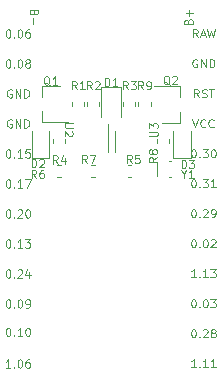
<source format=gto>
G04 #@! TF.GenerationSoftware,KiCad,Pcbnew,(5.1.6)-1*
G04 #@! TF.CreationDate,2020-10-02T00:20:03+08:00*
G04 #@! TF.ProjectId,nrfmicro,6e72666d-6963-4726-9f2e-6b696361645f,rev?*
G04 #@! TF.SameCoordinates,Original*
G04 #@! TF.FileFunction,Legend,Top*
G04 #@! TF.FilePolarity,Positive*
%FSLAX46Y46*%
G04 Gerber Fmt 4.6, Leading zero omitted, Abs format (unit mm)*
G04 Created by KiCad (PCBNEW (5.1.6)-1) date 2020-10-02 00:20:03*
%MOMM*%
%LPD*%
G01*
G04 APERTURE LIST*
%ADD10C,0.080000*%
G04 APERTURE END LIST*
D10*
X20990000Y-29650000D02*
X20990000Y-31935000D01*
X20990000Y-31935000D02*
X22460000Y-31935000D01*
X22460000Y-31935000D02*
X22460000Y-29650000D01*
X32990000Y-29662500D02*
X32990000Y-31947500D01*
X32990000Y-31947500D02*
X34460000Y-31947500D01*
X34460000Y-31947500D02*
X34460000Y-29662500D01*
X28016600Y-29657000D02*
X28016600Y-31457000D01*
X27426600Y-31457000D02*
X27426600Y-29007000D01*
X32600000Y-32150000D02*
X32800000Y-32150000D01*
X32600000Y-33550000D02*
X32800000Y-33550000D01*
X31600000Y-32250000D02*
X31600000Y-33450000D01*
X28571600Y-25921500D02*
X26871600Y-25921500D01*
X26871600Y-25921500D02*
X26871600Y-28495500D01*
X28571600Y-25921500D02*
X28571600Y-28495500D01*
X31060000Y-27219221D02*
X31060000Y-27544779D01*
X30040000Y-27219221D02*
X30040000Y-27544779D01*
X32660000Y-30625279D02*
X32660000Y-30299721D01*
X31640000Y-30625279D02*
X31640000Y-30299721D01*
X21909500Y-25860500D02*
X23369500Y-25860500D01*
X21909500Y-28908500D02*
X24069500Y-28908500D01*
X21907500Y-28908500D02*
X21907500Y-27978500D01*
X21909500Y-25860500D02*
X21909500Y-26790500D01*
X25437600Y-27219221D02*
X25437600Y-27544779D01*
X24417600Y-27219221D02*
X24417600Y-27544779D01*
X26707600Y-27219221D02*
X26707600Y-27544779D01*
X25687600Y-27219221D02*
X25687600Y-27544779D01*
X29755600Y-27219221D02*
X29755600Y-27544779D01*
X28735600Y-27219221D02*
X28735600Y-27544779D01*
X22790000Y-30625279D02*
X22790000Y-30299721D01*
X23810000Y-30625279D02*
X23810000Y-30299721D01*
X33526000Y-28964500D02*
X33526000Y-28034500D01*
X33526000Y-25804500D02*
X33526000Y-26734500D01*
X33526000Y-25804500D02*
X31366000Y-25804500D01*
X33526000Y-28964500D02*
X32066000Y-28964500D01*
X29437779Y-32490000D02*
X29112221Y-32490000D01*
X29437779Y-33510000D02*
X29112221Y-33510000D01*
X23174721Y-33510000D02*
X23500279Y-33510000D01*
X23174721Y-32490000D02*
X23500279Y-32490000D01*
X26012221Y-32490000D02*
X26337779Y-32490000D01*
X26012221Y-33510000D02*
X26337779Y-33510000D01*
X20983333Y-32716666D02*
X20983333Y-32016666D01*
X21150000Y-32016666D01*
X21250000Y-32050000D01*
X21316666Y-32116666D01*
X21350000Y-32183333D01*
X21383333Y-32316666D01*
X21383333Y-32416666D01*
X21350000Y-32550000D01*
X21316666Y-32616666D01*
X21250000Y-32683333D01*
X21150000Y-32716666D01*
X20983333Y-32716666D01*
X21650000Y-32083333D02*
X21683333Y-32050000D01*
X21750000Y-32016666D01*
X21916666Y-32016666D01*
X21983333Y-32050000D01*
X22016666Y-32083333D01*
X22050000Y-32150000D01*
X22050000Y-32216666D01*
X22016666Y-32316666D01*
X21616666Y-32716666D01*
X22050000Y-32716666D01*
X33683333Y-32766666D02*
X33683333Y-32066666D01*
X33850000Y-32066666D01*
X33950000Y-32100000D01*
X34016666Y-32166666D01*
X34050000Y-32233333D01*
X34083333Y-32366666D01*
X34083333Y-32466666D01*
X34050000Y-32600000D01*
X34016666Y-32666666D01*
X33950000Y-32733333D01*
X33850000Y-32766666D01*
X33683333Y-32766666D01*
X34316666Y-32066666D02*
X34750000Y-32066666D01*
X34516666Y-32333333D01*
X34616666Y-32333333D01*
X34683333Y-32366666D01*
X34716666Y-32400000D01*
X34750000Y-32466666D01*
X34750000Y-32633333D01*
X34716666Y-32700000D01*
X34683333Y-32733333D01*
X34616666Y-32766666D01*
X34416666Y-32766666D01*
X34350000Y-32733333D01*
X34316666Y-32700000D01*
X30966666Y-30083333D02*
X31533333Y-30083333D01*
X31600000Y-30050000D01*
X31633333Y-30016666D01*
X31666666Y-29950000D01*
X31666666Y-29816666D01*
X31633333Y-29750000D01*
X31600000Y-29716666D01*
X31533333Y-29683333D01*
X30966666Y-29683333D01*
X30966666Y-29416666D02*
X30966666Y-28983333D01*
X31233333Y-29216666D01*
X31233333Y-29116666D01*
X31266666Y-29050000D01*
X31300000Y-29016666D01*
X31366666Y-28983333D01*
X31533333Y-28983333D01*
X31600000Y-29016666D01*
X31633333Y-29050000D01*
X31666666Y-29116666D01*
X31666666Y-29316666D01*
X31633333Y-29383333D01*
X31600000Y-29416666D01*
X24483333Y-28966666D02*
X23916666Y-28966666D01*
X23850000Y-29000000D01*
X23816666Y-29033333D01*
X23783333Y-29100000D01*
X23783333Y-29233333D01*
X23816666Y-29300000D01*
X23850000Y-29333333D01*
X23916666Y-29366666D01*
X24483333Y-29366666D01*
X24416666Y-29666666D02*
X24450000Y-29700000D01*
X24483333Y-29766666D01*
X24483333Y-29933333D01*
X24450000Y-30000000D01*
X24416666Y-30033333D01*
X24350000Y-30066666D01*
X24283333Y-30066666D01*
X24183333Y-30033333D01*
X23783333Y-29633333D01*
X23783333Y-30066666D01*
X33866666Y-33283333D02*
X33866666Y-33616666D01*
X33633333Y-32916666D02*
X33866666Y-33283333D01*
X34100000Y-32916666D01*
X34700000Y-33616666D02*
X34300000Y-33616666D01*
X34500000Y-33616666D02*
X34500000Y-32916666D01*
X34433333Y-33016666D01*
X34366666Y-33083333D01*
X34300000Y-33116666D01*
X34250000Y-20361734D02*
X34283333Y-20261734D01*
X34316666Y-20228401D01*
X34383333Y-20195067D01*
X34483333Y-20195067D01*
X34550000Y-20228401D01*
X34583333Y-20261734D01*
X34616666Y-20328401D01*
X34616666Y-20595067D01*
X33916666Y-20595067D01*
X33916666Y-20361734D01*
X33950000Y-20295067D01*
X33983333Y-20261734D01*
X34050000Y-20228401D01*
X34116666Y-20228401D01*
X34183333Y-20261734D01*
X34216666Y-20295067D01*
X34250000Y-20361734D01*
X34250000Y-20595067D01*
X34350000Y-19895067D02*
X34350000Y-19361734D01*
X34616666Y-19628401D02*
X34083333Y-19628401D01*
X21200000Y-19595066D02*
X21166666Y-19695066D01*
X21133333Y-19728400D01*
X21066666Y-19761733D01*
X20966666Y-19761733D01*
X20900000Y-19728400D01*
X20866666Y-19695066D01*
X20833333Y-19628400D01*
X20833333Y-19361733D01*
X21533333Y-19361733D01*
X21533333Y-19595066D01*
X21500000Y-19661733D01*
X21466666Y-19695066D01*
X21400000Y-19728400D01*
X21333333Y-19728400D01*
X21266666Y-19695066D01*
X21233333Y-19661733D01*
X21200000Y-19595066D01*
X21200000Y-19361733D01*
X21100000Y-20061733D02*
X21100000Y-20595066D01*
X34665433Y-33713666D02*
X34732100Y-33713666D01*
X34798766Y-33747000D01*
X34832100Y-33780333D01*
X34865433Y-33847000D01*
X34898766Y-33980333D01*
X34898766Y-34147000D01*
X34865433Y-34280333D01*
X34832100Y-34347000D01*
X34798766Y-34380333D01*
X34732100Y-34413666D01*
X34665433Y-34413666D01*
X34598766Y-34380333D01*
X34565433Y-34347000D01*
X34532100Y-34280333D01*
X34498766Y-34147000D01*
X34498766Y-33980333D01*
X34532100Y-33847000D01*
X34565433Y-33780333D01*
X34598766Y-33747000D01*
X34665433Y-33713666D01*
X35198766Y-34347000D02*
X35232100Y-34380333D01*
X35198766Y-34413666D01*
X35165433Y-34380333D01*
X35198766Y-34347000D01*
X35198766Y-34413666D01*
X35465433Y-33713666D02*
X35898766Y-33713666D01*
X35665433Y-33980333D01*
X35765433Y-33980333D01*
X35832100Y-34013666D01*
X35865433Y-34047000D01*
X35898766Y-34113666D01*
X35898766Y-34280333D01*
X35865433Y-34347000D01*
X35832100Y-34380333D01*
X35765433Y-34413666D01*
X35565433Y-34413666D01*
X35498766Y-34380333D01*
X35465433Y-34347000D01*
X36565433Y-34413666D02*
X36165433Y-34413666D01*
X36365433Y-34413666D02*
X36365433Y-33713666D01*
X36298766Y-33813666D01*
X36232100Y-33880333D01*
X36165433Y-33913666D01*
X34598766Y-28633666D02*
X34832100Y-29333666D01*
X35065433Y-28633666D01*
X35698766Y-29267000D02*
X35665433Y-29300333D01*
X35565433Y-29333666D01*
X35498766Y-29333666D01*
X35398766Y-29300333D01*
X35332100Y-29233666D01*
X35298766Y-29167000D01*
X35265433Y-29033666D01*
X35265433Y-28933666D01*
X35298766Y-28800333D01*
X35332100Y-28733666D01*
X35398766Y-28667000D01*
X35498766Y-28633666D01*
X35565433Y-28633666D01*
X35665433Y-28667000D01*
X35698766Y-28700333D01*
X36398766Y-29267000D02*
X36365433Y-29300333D01*
X36265433Y-29333666D01*
X36198766Y-29333666D01*
X36098766Y-29300333D01*
X36032100Y-29233666D01*
X35998766Y-29167000D01*
X35965433Y-29033666D01*
X35965433Y-28933666D01*
X35998766Y-28800333D01*
X36032100Y-28733666D01*
X36098766Y-28667000D01*
X36198766Y-28633666D01*
X36265433Y-28633666D01*
X36365433Y-28667000D01*
X36398766Y-28700333D01*
X34665433Y-46413666D02*
X34732100Y-46413666D01*
X34798766Y-46447000D01*
X34832100Y-46480333D01*
X34865433Y-46547000D01*
X34898766Y-46680333D01*
X34898766Y-46847000D01*
X34865433Y-46980333D01*
X34832100Y-47047000D01*
X34798766Y-47080333D01*
X34732100Y-47113666D01*
X34665433Y-47113666D01*
X34598766Y-47080333D01*
X34565433Y-47047000D01*
X34532100Y-46980333D01*
X34498766Y-46847000D01*
X34498766Y-46680333D01*
X34532100Y-46547000D01*
X34565433Y-46480333D01*
X34598766Y-46447000D01*
X34665433Y-46413666D01*
X35198766Y-47047000D02*
X35232100Y-47080333D01*
X35198766Y-47113666D01*
X35165433Y-47080333D01*
X35198766Y-47047000D01*
X35198766Y-47113666D01*
X35498766Y-46480333D02*
X35532100Y-46447000D01*
X35598766Y-46413666D01*
X35765433Y-46413666D01*
X35832100Y-46447000D01*
X35865433Y-46480333D01*
X35898766Y-46547000D01*
X35898766Y-46613666D01*
X35865433Y-46713666D01*
X35465433Y-47113666D01*
X35898766Y-47113666D01*
X36298766Y-46713666D02*
X36232100Y-46680333D01*
X36198766Y-46647000D01*
X36165433Y-46580333D01*
X36165433Y-46547000D01*
X36198766Y-46480333D01*
X36232100Y-46447000D01*
X36298766Y-46413666D01*
X36432100Y-46413666D01*
X36498766Y-46447000D01*
X36532100Y-46480333D01*
X36565433Y-46547000D01*
X36565433Y-46580333D01*
X36532100Y-46647000D01*
X36498766Y-46680333D01*
X36432100Y-46713666D01*
X36298766Y-46713666D01*
X36232100Y-46747000D01*
X36198766Y-46780333D01*
X36165433Y-46847000D01*
X36165433Y-46980333D01*
X36198766Y-47047000D01*
X36232100Y-47080333D01*
X36298766Y-47113666D01*
X36432100Y-47113666D01*
X36498766Y-47080333D01*
X36532100Y-47047000D01*
X36565433Y-46980333D01*
X36565433Y-46847000D01*
X36532100Y-46780333D01*
X36498766Y-46747000D01*
X36432100Y-46713666D01*
X34898766Y-49653666D02*
X34498766Y-49653666D01*
X34698766Y-49653666D02*
X34698766Y-48953666D01*
X34632100Y-49053666D01*
X34565433Y-49120333D01*
X34498766Y-49153666D01*
X35198766Y-49587000D02*
X35232100Y-49620333D01*
X35198766Y-49653666D01*
X35165433Y-49620333D01*
X35198766Y-49587000D01*
X35198766Y-49653666D01*
X35898766Y-49653666D02*
X35498766Y-49653666D01*
X35698766Y-49653666D02*
X35698766Y-48953666D01*
X35632100Y-49053666D01*
X35565433Y-49120333D01*
X35498766Y-49153666D01*
X36565433Y-49653666D02*
X36165433Y-49653666D01*
X36365433Y-49653666D02*
X36365433Y-48953666D01*
X36298766Y-49053666D01*
X36232100Y-49120333D01*
X36165433Y-49153666D01*
X34665433Y-36253666D02*
X34732100Y-36253666D01*
X34798766Y-36287000D01*
X34832100Y-36320333D01*
X34865433Y-36387000D01*
X34898766Y-36520333D01*
X34898766Y-36687000D01*
X34865433Y-36820333D01*
X34832100Y-36887000D01*
X34798766Y-36920333D01*
X34732100Y-36953666D01*
X34665433Y-36953666D01*
X34598766Y-36920333D01*
X34565433Y-36887000D01*
X34532100Y-36820333D01*
X34498766Y-36687000D01*
X34498766Y-36520333D01*
X34532100Y-36387000D01*
X34565433Y-36320333D01*
X34598766Y-36287000D01*
X34665433Y-36253666D01*
X35198766Y-36887000D02*
X35232100Y-36920333D01*
X35198766Y-36953666D01*
X35165433Y-36920333D01*
X35198766Y-36887000D01*
X35198766Y-36953666D01*
X35498766Y-36320333D02*
X35532100Y-36287000D01*
X35598766Y-36253666D01*
X35765433Y-36253666D01*
X35832100Y-36287000D01*
X35865433Y-36320333D01*
X35898766Y-36387000D01*
X35898766Y-36453666D01*
X35865433Y-36553666D01*
X35465433Y-36953666D01*
X35898766Y-36953666D01*
X36232100Y-36953666D02*
X36365433Y-36953666D01*
X36432100Y-36920333D01*
X36465433Y-36887000D01*
X36532100Y-36787000D01*
X36565433Y-36653666D01*
X36565433Y-36387000D01*
X36532100Y-36320333D01*
X36498766Y-36287000D01*
X36432100Y-36253666D01*
X36298766Y-36253666D01*
X36232100Y-36287000D01*
X36198766Y-36320333D01*
X36165433Y-36387000D01*
X36165433Y-36553666D01*
X36198766Y-36620333D01*
X36232100Y-36653666D01*
X36298766Y-36687000D01*
X36432100Y-36687000D01*
X36498766Y-36653666D01*
X36532100Y-36620333D01*
X36565433Y-36553666D01*
X34898766Y-42033666D02*
X34498766Y-42033666D01*
X34698766Y-42033666D02*
X34698766Y-41333666D01*
X34632100Y-41433666D01*
X34565433Y-41500333D01*
X34498766Y-41533666D01*
X35198766Y-41967000D02*
X35232100Y-42000333D01*
X35198766Y-42033666D01*
X35165433Y-42000333D01*
X35198766Y-41967000D01*
X35198766Y-42033666D01*
X35898766Y-42033666D02*
X35498766Y-42033666D01*
X35698766Y-42033666D02*
X35698766Y-41333666D01*
X35632100Y-41433666D01*
X35565433Y-41500333D01*
X35498766Y-41533666D01*
X36132100Y-41333666D02*
X36565433Y-41333666D01*
X36332100Y-41600333D01*
X36432100Y-41600333D01*
X36498766Y-41633666D01*
X36532100Y-41667000D01*
X36565433Y-41733666D01*
X36565433Y-41900333D01*
X36532100Y-41967000D01*
X36498766Y-42000333D01*
X36432100Y-42033666D01*
X36232100Y-42033666D01*
X36165433Y-42000333D01*
X36132100Y-41967000D01*
X35148766Y-26793666D02*
X34915433Y-26460333D01*
X34748766Y-26793666D02*
X34748766Y-26093666D01*
X35015433Y-26093666D01*
X35082100Y-26127000D01*
X35115433Y-26160333D01*
X35148766Y-26227000D01*
X35148766Y-26327000D01*
X35115433Y-26393666D01*
X35082100Y-26427000D01*
X35015433Y-26460333D01*
X34748766Y-26460333D01*
X35415433Y-26760333D02*
X35515433Y-26793666D01*
X35682100Y-26793666D01*
X35748766Y-26760333D01*
X35782100Y-26727000D01*
X35815433Y-26660333D01*
X35815433Y-26593666D01*
X35782100Y-26527000D01*
X35748766Y-26493666D01*
X35682100Y-26460333D01*
X35548766Y-26427000D01*
X35482100Y-26393666D01*
X35448766Y-26360333D01*
X35415433Y-26293666D01*
X35415433Y-26227000D01*
X35448766Y-26160333D01*
X35482100Y-26127000D01*
X35548766Y-26093666D01*
X35715433Y-26093666D01*
X35815433Y-26127000D01*
X36015433Y-26093666D02*
X36415433Y-26093666D01*
X36215433Y-26793666D02*
X36215433Y-26093666D01*
X34665433Y-43873666D02*
X34732100Y-43873666D01*
X34798766Y-43907000D01*
X34832100Y-43940333D01*
X34865433Y-44007000D01*
X34898766Y-44140333D01*
X34898766Y-44307000D01*
X34865433Y-44440333D01*
X34832100Y-44507000D01*
X34798766Y-44540333D01*
X34732100Y-44573666D01*
X34665433Y-44573666D01*
X34598766Y-44540333D01*
X34565433Y-44507000D01*
X34532100Y-44440333D01*
X34498766Y-44307000D01*
X34498766Y-44140333D01*
X34532100Y-44007000D01*
X34565433Y-43940333D01*
X34598766Y-43907000D01*
X34665433Y-43873666D01*
X35198766Y-44507000D02*
X35232100Y-44540333D01*
X35198766Y-44573666D01*
X35165433Y-44540333D01*
X35198766Y-44507000D01*
X35198766Y-44573666D01*
X35665433Y-43873666D02*
X35732100Y-43873666D01*
X35798766Y-43907000D01*
X35832100Y-43940333D01*
X35865433Y-44007000D01*
X35898766Y-44140333D01*
X35898766Y-44307000D01*
X35865433Y-44440333D01*
X35832100Y-44507000D01*
X35798766Y-44540333D01*
X35732100Y-44573666D01*
X35665433Y-44573666D01*
X35598766Y-44540333D01*
X35565433Y-44507000D01*
X35532100Y-44440333D01*
X35498766Y-44307000D01*
X35498766Y-44140333D01*
X35532100Y-44007000D01*
X35565433Y-43940333D01*
X35598766Y-43907000D01*
X35665433Y-43873666D01*
X36132100Y-43873666D02*
X36565433Y-43873666D01*
X36332100Y-44140333D01*
X36432100Y-44140333D01*
X36498766Y-44173666D01*
X36532100Y-44207000D01*
X36565433Y-44273666D01*
X36565433Y-44440333D01*
X36532100Y-44507000D01*
X36498766Y-44540333D01*
X36432100Y-44573666D01*
X36232100Y-44573666D01*
X36165433Y-44540333D01*
X36132100Y-44507000D01*
X34665433Y-38793666D02*
X34732100Y-38793666D01*
X34798766Y-38827000D01*
X34832100Y-38860333D01*
X34865433Y-38927000D01*
X34898766Y-39060333D01*
X34898766Y-39227000D01*
X34865433Y-39360333D01*
X34832100Y-39427000D01*
X34798766Y-39460333D01*
X34732100Y-39493666D01*
X34665433Y-39493666D01*
X34598766Y-39460333D01*
X34565433Y-39427000D01*
X34532100Y-39360333D01*
X34498766Y-39227000D01*
X34498766Y-39060333D01*
X34532100Y-38927000D01*
X34565433Y-38860333D01*
X34598766Y-38827000D01*
X34665433Y-38793666D01*
X35198766Y-39427000D02*
X35232100Y-39460333D01*
X35198766Y-39493666D01*
X35165433Y-39460333D01*
X35198766Y-39427000D01*
X35198766Y-39493666D01*
X35665433Y-38793666D02*
X35732100Y-38793666D01*
X35798766Y-38827000D01*
X35832100Y-38860333D01*
X35865433Y-38927000D01*
X35898766Y-39060333D01*
X35898766Y-39227000D01*
X35865433Y-39360333D01*
X35832100Y-39427000D01*
X35798766Y-39460333D01*
X35732100Y-39493666D01*
X35665433Y-39493666D01*
X35598766Y-39460333D01*
X35565433Y-39427000D01*
X35532100Y-39360333D01*
X35498766Y-39227000D01*
X35498766Y-39060333D01*
X35532100Y-38927000D01*
X35565433Y-38860333D01*
X35598766Y-38827000D01*
X35665433Y-38793666D01*
X36165433Y-38860333D02*
X36198766Y-38827000D01*
X36265433Y-38793666D01*
X36432100Y-38793666D01*
X36498766Y-38827000D01*
X36532100Y-38860333D01*
X36565433Y-38927000D01*
X36565433Y-38993666D01*
X36532100Y-39093666D01*
X36132100Y-39493666D01*
X36565433Y-39493666D01*
X34665433Y-31173666D02*
X34732100Y-31173666D01*
X34798766Y-31207000D01*
X34832100Y-31240333D01*
X34865433Y-31307000D01*
X34898766Y-31440333D01*
X34898766Y-31607000D01*
X34865433Y-31740333D01*
X34832100Y-31807000D01*
X34798766Y-31840333D01*
X34732100Y-31873666D01*
X34665433Y-31873666D01*
X34598766Y-31840333D01*
X34565433Y-31807000D01*
X34532100Y-31740333D01*
X34498766Y-31607000D01*
X34498766Y-31440333D01*
X34532100Y-31307000D01*
X34565433Y-31240333D01*
X34598766Y-31207000D01*
X34665433Y-31173666D01*
X35198766Y-31807000D02*
X35232100Y-31840333D01*
X35198766Y-31873666D01*
X35165433Y-31840333D01*
X35198766Y-31807000D01*
X35198766Y-31873666D01*
X35465433Y-31173666D02*
X35898766Y-31173666D01*
X35665433Y-31440333D01*
X35765433Y-31440333D01*
X35832100Y-31473666D01*
X35865433Y-31507000D01*
X35898766Y-31573666D01*
X35898766Y-31740333D01*
X35865433Y-31807000D01*
X35832100Y-31840333D01*
X35765433Y-31873666D01*
X35565433Y-31873666D01*
X35498766Y-31840333D01*
X35465433Y-31807000D01*
X36332100Y-31173666D02*
X36398766Y-31173666D01*
X36465433Y-31207000D01*
X36498766Y-31240333D01*
X36532100Y-31307000D01*
X36565433Y-31440333D01*
X36565433Y-31607000D01*
X36532100Y-31740333D01*
X36498766Y-31807000D01*
X36465433Y-31840333D01*
X36398766Y-31873666D01*
X36332100Y-31873666D01*
X36265433Y-31840333D01*
X36232100Y-31807000D01*
X36198766Y-31740333D01*
X36165433Y-31607000D01*
X36165433Y-31440333D01*
X36198766Y-31307000D01*
X36232100Y-31240333D01*
X36265433Y-31207000D01*
X36332100Y-31173666D01*
X34998766Y-23587000D02*
X34932100Y-23553666D01*
X34832100Y-23553666D01*
X34732100Y-23587000D01*
X34665433Y-23653666D01*
X34632100Y-23720333D01*
X34598766Y-23853666D01*
X34598766Y-23953666D01*
X34632100Y-24087000D01*
X34665433Y-24153666D01*
X34732100Y-24220333D01*
X34832100Y-24253666D01*
X34898766Y-24253666D01*
X34998766Y-24220333D01*
X35032100Y-24187000D01*
X35032100Y-23953666D01*
X34898766Y-23953666D01*
X35332100Y-24253666D02*
X35332100Y-23553666D01*
X35732100Y-24253666D01*
X35732100Y-23553666D01*
X36065433Y-24253666D02*
X36065433Y-23553666D01*
X36232100Y-23553666D01*
X36332100Y-23587000D01*
X36398766Y-23653666D01*
X36432100Y-23720333D01*
X36465433Y-23853666D01*
X36465433Y-23953666D01*
X36432100Y-24087000D01*
X36398766Y-24153666D01*
X36332100Y-24220333D01*
X36232100Y-24253666D01*
X36065433Y-24253666D01*
X35048766Y-21713666D02*
X34815433Y-21380333D01*
X34648766Y-21713666D02*
X34648766Y-21013666D01*
X34915433Y-21013666D01*
X34982100Y-21047000D01*
X35015433Y-21080333D01*
X35048766Y-21147000D01*
X35048766Y-21247000D01*
X35015433Y-21313666D01*
X34982100Y-21347000D01*
X34915433Y-21380333D01*
X34648766Y-21380333D01*
X35315433Y-21513666D02*
X35648766Y-21513666D01*
X35248766Y-21713666D02*
X35482100Y-21013666D01*
X35715433Y-21713666D01*
X35882100Y-21013666D02*
X36048766Y-21713666D01*
X36182100Y-21213666D01*
X36315433Y-21713666D01*
X36482100Y-21013666D01*
X18968233Y-21026366D02*
X19034900Y-21026366D01*
X19101566Y-21059700D01*
X19134900Y-21093033D01*
X19168233Y-21159700D01*
X19201566Y-21293033D01*
X19201566Y-21459700D01*
X19168233Y-21593033D01*
X19134900Y-21659700D01*
X19101566Y-21693033D01*
X19034900Y-21726366D01*
X18968233Y-21726366D01*
X18901566Y-21693033D01*
X18868233Y-21659700D01*
X18834900Y-21593033D01*
X18801566Y-21459700D01*
X18801566Y-21293033D01*
X18834900Y-21159700D01*
X18868233Y-21093033D01*
X18901566Y-21059700D01*
X18968233Y-21026366D01*
X19501566Y-21659700D02*
X19534900Y-21693033D01*
X19501566Y-21726366D01*
X19468233Y-21693033D01*
X19501566Y-21659700D01*
X19501566Y-21726366D01*
X19968233Y-21026366D02*
X20034900Y-21026366D01*
X20101566Y-21059700D01*
X20134900Y-21093033D01*
X20168233Y-21159700D01*
X20201566Y-21293033D01*
X20201566Y-21459700D01*
X20168233Y-21593033D01*
X20134900Y-21659700D01*
X20101566Y-21693033D01*
X20034900Y-21726366D01*
X19968233Y-21726366D01*
X19901566Y-21693033D01*
X19868233Y-21659700D01*
X19834900Y-21593033D01*
X19801566Y-21459700D01*
X19801566Y-21293033D01*
X19834900Y-21159700D01*
X19868233Y-21093033D01*
X19901566Y-21059700D01*
X19968233Y-21026366D01*
X20801566Y-21026366D02*
X20668233Y-21026366D01*
X20601566Y-21059700D01*
X20568233Y-21093033D01*
X20501566Y-21193033D01*
X20468233Y-21326366D01*
X20468233Y-21593033D01*
X20501566Y-21659700D01*
X20534900Y-21693033D01*
X20601566Y-21726366D01*
X20734900Y-21726366D01*
X20801566Y-21693033D01*
X20834900Y-21659700D01*
X20868233Y-21593033D01*
X20868233Y-21426366D01*
X20834900Y-21359700D01*
X20801566Y-21326366D01*
X20734900Y-21293033D01*
X20601566Y-21293033D01*
X20534900Y-21326366D01*
X20501566Y-21359700D01*
X20468233Y-21426366D01*
X18968233Y-31186366D02*
X19034900Y-31186366D01*
X19101566Y-31219700D01*
X19134900Y-31253033D01*
X19168233Y-31319700D01*
X19201566Y-31453033D01*
X19201566Y-31619700D01*
X19168233Y-31753033D01*
X19134900Y-31819700D01*
X19101566Y-31853033D01*
X19034900Y-31886366D01*
X18968233Y-31886366D01*
X18901566Y-31853033D01*
X18868233Y-31819700D01*
X18834900Y-31753033D01*
X18801566Y-31619700D01*
X18801566Y-31453033D01*
X18834900Y-31319700D01*
X18868233Y-31253033D01*
X18901566Y-31219700D01*
X18968233Y-31186366D01*
X19501566Y-31819700D02*
X19534900Y-31853033D01*
X19501566Y-31886366D01*
X19468233Y-31853033D01*
X19501566Y-31819700D01*
X19501566Y-31886366D01*
X20201566Y-31886366D02*
X19801566Y-31886366D01*
X20001566Y-31886366D02*
X20001566Y-31186366D01*
X19934900Y-31286366D01*
X19868233Y-31353033D01*
X19801566Y-31386366D01*
X20834900Y-31186366D02*
X20501566Y-31186366D01*
X20468233Y-31519700D01*
X20501566Y-31486366D01*
X20568233Y-31453033D01*
X20734900Y-31453033D01*
X20801566Y-31486366D01*
X20834900Y-31519700D01*
X20868233Y-31586366D01*
X20868233Y-31753033D01*
X20834900Y-31819700D01*
X20801566Y-31853033D01*
X20734900Y-31886366D01*
X20568233Y-31886366D01*
X20501566Y-31853033D01*
X20468233Y-31819700D01*
X18968233Y-41346366D02*
X19034900Y-41346366D01*
X19101566Y-41379700D01*
X19134900Y-41413033D01*
X19168233Y-41479700D01*
X19201566Y-41613033D01*
X19201566Y-41779700D01*
X19168233Y-41913033D01*
X19134900Y-41979700D01*
X19101566Y-42013033D01*
X19034900Y-42046366D01*
X18968233Y-42046366D01*
X18901566Y-42013033D01*
X18868233Y-41979700D01*
X18834900Y-41913033D01*
X18801566Y-41779700D01*
X18801566Y-41613033D01*
X18834900Y-41479700D01*
X18868233Y-41413033D01*
X18901566Y-41379700D01*
X18968233Y-41346366D01*
X19501566Y-41979700D02*
X19534900Y-42013033D01*
X19501566Y-42046366D01*
X19468233Y-42013033D01*
X19501566Y-41979700D01*
X19501566Y-42046366D01*
X19801566Y-41413033D02*
X19834900Y-41379700D01*
X19901566Y-41346366D01*
X20068233Y-41346366D01*
X20134900Y-41379700D01*
X20168233Y-41413033D01*
X20201566Y-41479700D01*
X20201566Y-41546366D01*
X20168233Y-41646366D01*
X19768233Y-42046366D01*
X20201566Y-42046366D01*
X20801566Y-41579700D02*
X20801566Y-42046366D01*
X20634900Y-41313033D02*
X20468233Y-41813033D01*
X20901566Y-41813033D01*
X19201566Y-49666366D02*
X18801566Y-49666366D01*
X19001566Y-49666366D02*
X19001566Y-48966366D01*
X18934900Y-49066366D01*
X18868233Y-49133033D01*
X18801566Y-49166366D01*
X19501566Y-49599700D02*
X19534900Y-49633033D01*
X19501566Y-49666366D01*
X19468233Y-49633033D01*
X19501566Y-49599700D01*
X19501566Y-49666366D01*
X19968233Y-48966366D02*
X20034900Y-48966366D01*
X20101566Y-48999700D01*
X20134900Y-49033033D01*
X20168233Y-49099700D01*
X20201566Y-49233033D01*
X20201566Y-49399700D01*
X20168233Y-49533033D01*
X20134900Y-49599700D01*
X20101566Y-49633033D01*
X20034900Y-49666366D01*
X19968233Y-49666366D01*
X19901566Y-49633033D01*
X19868233Y-49599700D01*
X19834900Y-49533033D01*
X19801566Y-49399700D01*
X19801566Y-49233033D01*
X19834900Y-49099700D01*
X19868233Y-49033033D01*
X19901566Y-48999700D01*
X19968233Y-48966366D01*
X20801566Y-48966366D02*
X20668233Y-48966366D01*
X20601566Y-48999700D01*
X20568233Y-49033033D01*
X20501566Y-49133033D01*
X20468233Y-49266366D01*
X20468233Y-49533033D01*
X20501566Y-49599700D01*
X20534900Y-49633033D01*
X20601566Y-49666366D01*
X20734900Y-49666366D01*
X20801566Y-49633033D01*
X20834900Y-49599700D01*
X20868233Y-49533033D01*
X20868233Y-49366366D01*
X20834900Y-49299700D01*
X20801566Y-49266366D01*
X20734900Y-49233033D01*
X20601566Y-49233033D01*
X20534900Y-49266366D01*
X20501566Y-49299700D01*
X20468233Y-49366366D01*
X18968233Y-36266366D02*
X19034900Y-36266366D01*
X19101566Y-36299700D01*
X19134900Y-36333033D01*
X19168233Y-36399700D01*
X19201566Y-36533033D01*
X19201566Y-36699700D01*
X19168233Y-36833033D01*
X19134900Y-36899700D01*
X19101566Y-36933033D01*
X19034900Y-36966366D01*
X18968233Y-36966366D01*
X18901566Y-36933033D01*
X18868233Y-36899700D01*
X18834900Y-36833033D01*
X18801566Y-36699700D01*
X18801566Y-36533033D01*
X18834900Y-36399700D01*
X18868233Y-36333033D01*
X18901566Y-36299700D01*
X18968233Y-36266366D01*
X19501566Y-36899700D02*
X19534900Y-36933033D01*
X19501566Y-36966366D01*
X19468233Y-36933033D01*
X19501566Y-36899700D01*
X19501566Y-36966366D01*
X19801566Y-36333033D02*
X19834900Y-36299700D01*
X19901566Y-36266366D01*
X20068233Y-36266366D01*
X20134900Y-36299700D01*
X20168233Y-36333033D01*
X20201566Y-36399700D01*
X20201566Y-36466366D01*
X20168233Y-36566366D01*
X19768233Y-36966366D01*
X20201566Y-36966366D01*
X20634900Y-36266366D02*
X20701566Y-36266366D01*
X20768233Y-36299700D01*
X20801566Y-36333033D01*
X20834900Y-36399700D01*
X20868233Y-36533033D01*
X20868233Y-36699700D01*
X20834900Y-36833033D01*
X20801566Y-36899700D01*
X20768233Y-36933033D01*
X20701566Y-36966366D01*
X20634900Y-36966366D01*
X20568233Y-36933033D01*
X20534900Y-36899700D01*
X20501566Y-36833033D01*
X20468233Y-36699700D01*
X20468233Y-36533033D01*
X20501566Y-36399700D01*
X20534900Y-36333033D01*
X20568233Y-36299700D01*
X20634900Y-36266366D01*
X18968233Y-46299366D02*
X19034900Y-46299366D01*
X19101566Y-46332700D01*
X19134900Y-46366033D01*
X19168233Y-46432700D01*
X19201566Y-46566033D01*
X19201566Y-46732700D01*
X19168233Y-46866033D01*
X19134900Y-46932700D01*
X19101566Y-46966033D01*
X19034900Y-46999366D01*
X18968233Y-46999366D01*
X18901566Y-46966033D01*
X18868233Y-46932700D01*
X18834900Y-46866033D01*
X18801566Y-46732700D01*
X18801566Y-46566033D01*
X18834900Y-46432700D01*
X18868233Y-46366033D01*
X18901566Y-46332700D01*
X18968233Y-46299366D01*
X19501566Y-46932700D02*
X19534900Y-46966033D01*
X19501566Y-46999366D01*
X19468233Y-46966033D01*
X19501566Y-46932700D01*
X19501566Y-46999366D01*
X20201566Y-46999366D02*
X19801566Y-46999366D01*
X20001566Y-46999366D02*
X20001566Y-46299366D01*
X19934900Y-46399366D01*
X19868233Y-46466033D01*
X19801566Y-46499366D01*
X20634900Y-46299366D02*
X20701566Y-46299366D01*
X20768233Y-46332700D01*
X20801566Y-46366033D01*
X20834900Y-46432700D01*
X20868233Y-46566033D01*
X20868233Y-46732700D01*
X20834900Y-46866033D01*
X20801566Y-46932700D01*
X20768233Y-46966033D01*
X20701566Y-46999366D01*
X20634900Y-46999366D01*
X20568233Y-46966033D01*
X20534900Y-46932700D01*
X20501566Y-46866033D01*
X20468233Y-46732700D01*
X20468233Y-46566033D01*
X20501566Y-46432700D01*
X20534900Y-46366033D01*
X20568233Y-46332700D01*
X20634900Y-46299366D01*
X18968233Y-38806366D02*
X19034900Y-38806366D01*
X19101566Y-38839700D01*
X19134900Y-38873033D01*
X19168233Y-38939700D01*
X19201566Y-39073033D01*
X19201566Y-39239700D01*
X19168233Y-39373033D01*
X19134900Y-39439700D01*
X19101566Y-39473033D01*
X19034900Y-39506366D01*
X18968233Y-39506366D01*
X18901566Y-39473033D01*
X18868233Y-39439700D01*
X18834900Y-39373033D01*
X18801566Y-39239700D01*
X18801566Y-39073033D01*
X18834900Y-38939700D01*
X18868233Y-38873033D01*
X18901566Y-38839700D01*
X18968233Y-38806366D01*
X19501566Y-39439700D02*
X19534900Y-39473033D01*
X19501566Y-39506366D01*
X19468233Y-39473033D01*
X19501566Y-39439700D01*
X19501566Y-39506366D01*
X20201566Y-39506366D02*
X19801566Y-39506366D01*
X20001566Y-39506366D02*
X20001566Y-38806366D01*
X19934900Y-38906366D01*
X19868233Y-38973033D01*
X19801566Y-39006366D01*
X20434900Y-38806366D02*
X20868233Y-38806366D01*
X20634900Y-39073033D01*
X20734900Y-39073033D01*
X20801566Y-39106366D01*
X20834900Y-39139700D01*
X20868233Y-39206366D01*
X20868233Y-39373033D01*
X20834900Y-39439700D01*
X20801566Y-39473033D01*
X20734900Y-39506366D01*
X20534900Y-39506366D01*
X20468233Y-39473033D01*
X20434900Y-39439700D01*
X18968233Y-23566366D02*
X19034900Y-23566366D01*
X19101566Y-23599700D01*
X19134900Y-23633033D01*
X19168233Y-23699700D01*
X19201566Y-23833033D01*
X19201566Y-23999700D01*
X19168233Y-24133033D01*
X19134900Y-24199700D01*
X19101566Y-24233033D01*
X19034900Y-24266366D01*
X18968233Y-24266366D01*
X18901566Y-24233033D01*
X18868233Y-24199700D01*
X18834900Y-24133033D01*
X18801566Y-23999700D01*
X18801566Y-23833033D01*
X18834900Y-23699700D01*
X18868233Y-23633033D01*
X18901566Y-23599700D01*
X18968233Y-23566366D01*
X19501566Y-24199700D02*
X19534900Y-24233033D01*
X19501566Y-24266366D01*
X19468233Y-24233033D01*
X19501566Y-24199700D01*
X19501566Y-24266366D01*
X19968233Y-23566366D02*
X20034900Y-23566366D01*
X20101566Y-23599700D01*
X20134900Y-23633033D01*
X20168233Y-23699700D01*
X20201566Y-23833033D01*
X20201566Y-23999700D01*
X20168233Y-24133033D01*
X20134900Y-24199700D01*
X20101566Y-24233033D01*
X20034900Y-24266366D01*
X19968233Y-24266366D01*
X19901566Y-24233033D01*
X19868233Y-24199700D01*
X19834900Y-24133033D01*
X19801566Y-23999700D01*
X19801566Y-23833033D01*
X19834900Y-23699700D01*
X19868233Y-23633033D01*
X19901566Y-23599700D01*
X19968233Y-23566366D01*
X20601566Y-23866366D02*
X20534900Y-23833033D01*
X20501566Y-23799700D01*
X20468233Y-23733033D01*
X20468233Y-23699700D01*
X20501566Y-23633033D01*
X20534900Y-23599700D01*
X20601566Y-23566366D01*
X20734900Y-23566366D01*
X20801566Y-23599700D01*
X20834900Y-23633033D01*
X20868233Y-23699700D01*
X20868233Y-23733033D01*
X20834900Y-23799700D01*
X20801566Y-23833033D01*
X20734900Y-23866366D01*
X20601566Y-23866366D01*
X20534900Y-23899700D01*
X20501566Y-23933033D01*
X20468233Y-23999700D01*
X20468233Y-24133033D01*
X20501566Y-24199700D01*
X20534900Y-24233033D01*
X20601566Y-24266366D01*
X20734900Y-24266366D01*
X20801566Y-24233033D01*
X20834900Y-24199700D01*
X20868233Y-24133033D01*
X20868233Y-23999700D01*
X20834900Y-23933033D01*
X20801566Y-23899700D01*
X20734900Y-23866366D01*
X18968233Y-33726366D02*
X19034900Y-33726366D01*
X19101566Y-33759700D01*
X19134900Y-33793033D01*
X19168233Y-33859700D01*
X19201566Y-33993033D01*
X19201566Y-34159700D01*
X19168233Y-34293033D01*
X19134900Y-34359700D01*
X19101566Y-34393033D01*
X19034900Y-34426366D01*
X18968233Y-34426366D01*
X18901566Y-34393033D01*
X18868233Y-34359700D01*
X18834900Y-34293033D01*
X18801566Y-34159700D01*
X18801566Y-33993033D01*
X18834900Y-33859700D01*
X18868233Y-33793033D01*
X18901566Y-33759700D01*
X18968233Y-33726366D01*
X19501566Y-34359700D02*
X19534900Y-34393033D01*
X19501566Y-34426366D01*
X19468233Y-34393033D01*
X19501566Y-34359700D01*
X19501566Y-34426366D01*
X20201566Y-34426366D02*
X19801566Y-34426366D01*
X20001566Y-34426366D02*
X20001566Y-33726366D01*
X19934900Y-33826366D01*
X19868233Y-33893033D01*
X19801566Y-33926366D01*
X20434900Y-33726366D02*
X20901566Y-33726366D01*
X20601566Y-34426366D01*
X18968233Y-43886366D02*
X19034900Y-43886366D01*
X19101566Y-43919700D01*
X19134900Y-43953033D01*
X19168233Y-44019700D01*
X19201566Y-44153033D01*
X19201566Y-44319700D01*
X19168233Y-44453033D01*
X19134900Y-44519700D01*
X19101566Y-44553033D01*
X19034900Y-44586366D01*
X18968233Y-44586366D01*
X18901566Y-44553033D01*
X18868233Y-44519700D01*
X18834900Y-44453033D01*
X18801566Y-44319700D01*
X18801566Y-44153033D01*
X18834900Y-44019700D01*
X18868233Y-43953033D01*
X18901566Y-43919700D01*
X18968233Y-43886366D01*
X19501566Y-44519700D02*
X19534900Y-44553033D01*
X19501566Y-44586366D01*
X19468233Y-44553033D01*
X19501566Y-44519700D01*
X19501566Y-44586366D01*
X19968233Y-43886366D02*
X20034900Y-43886366D01*
X20101566Y-43919700D01*
X20134900Y-43953033D01*
X20168233Y-44019700D01*
X20201566Y-44153033D01*
X20201566Y-44319700D01*
X20168233Y-44453033D01*
X20134900Y-44519700D01*
X20101566Y-44553033D01*
X20034900Y-44586366D01*
X19968233Y-44586366D01*
X19901566Y-44553033D01*
X19868233Y-44519700D01*
X19834900Y-44453033D01*
X19801566Y-44319700D01*
X19801566Y-44153033D01*
X19834900Y-44019700D01*
X19868233Y-43953033D01*
X19901566Y-43919700D01*
X19968233Y-43886366D01*
X20534900Y-44586366D02*
X20668233Y-44586366D01*
X20734900Y-44553033D01*
X20768233Y-44519700D01*
X20834900Y-44419700D01*
X20868233Y-44286366D01*
X20868233Y-44019700D01*
X20834900Y-43953033D01*
X20801566Y-43919700D01*
X20734900Y-43886366D01*
X20601566Y-43886366D01*
X20534900Y-43919700D01*
X20501566Y-43953033D01*
X20468233Y-44019700D01*
X20468233Y-44186366D01*
X20501566Y-44253033D01*
X20534900Y-44286366D01*
X20601566Y-44319700D01*
X20734900Y-44319700D01*
X20801566Y-44286366D01*
X20834900Y-44253033D01*
X20868233Y-44186366D01*
X19301566Y-28679700D02*
X19234900Y-28646366D01*
X19134900Y-28646366D01*
X19034900Y-28679700D01*
X18968233Y-28746366D01*
X18934900Y-28813033D01*
X18901566Y-28946366D01*
X18901566Y-29046366D01*
X18934900Y-29179700D01*
X18968233Y-29246366D01*
X19034900Y-29313033D01*
X19134900Y-29346366D01*
X19201566Y-29346366D01*
X19301566Y-29313033D01*
X19334900Y-29279700D01*
X19334900Y-29046366D01*
X19201566Y-29046366D01*
X19634900Y-29346366D02*
X19634900Y-28646366D01*
X20034900Y-29346366D01*
X20034900Y-28646366D01*
X20368233Y-29346366D02*
X20368233Y-28646366D01*
X20534900Y-28646366D01*
X20634900Y-28679700D01*
X20701566Y-28746366D01*
X20734900Y-28813033D01*
X20768233Y-28946366D01*
X20768233Y-29046366D01*
X20734900Y-29179700D01*
X20701566Y-29246366D01*
X20634900Y-29313033D01*
X20534900Y-29346366D01*
X20368233Y-29346366D01*
X19301566Y-26139700D02*
X19234900Y-26106366D01*
X19134900Y-26106366D01*
X19034900Y-26139700D01*
X18968233Y-26206366D01*
X18934900Y-26273033D01*
X18901566Y-26406366D01*
X18901566Y-26506366D01*
X18934900Y-26639700D01*
X18968233Y-26706366D01*
X19034900Y-26773033D01*
X19134900Y-26806366D01*
X19201566Y-26806366D01*
X19301566Y-26773033D01*
X19334900Y-26739700D01*
X19334900Y-26506366D01*
X19201566Y-26506366D01*
X19634900Y-26806366D02*
X19634900Y-26106366D01*
X20034900Y-26806366D01*
X20034900Y-26106366D01*
X20368233Y-26806366D02*
X20368233Y-26106366D01*
X20534900Y-26106366D01*
X20634900Y-26139700D01*
X20701566Y-26206366D01*
X20734900Y-26273033D01*
X20768233Y-26406366D01*
X20768233Y-26506366D01*
X20734900Y-26639700D01*
X20701566Y-26706366D01*
X20634900Y-26773033D01*
X20534900Y-26806366D01*
X20368233Y-26806366D01*
X27183333Y-25841666D02*
X27183333Y-25141666D01*
X27350000Y-25141666D01*
X27450000Y-25175000D01*
X27516666Y-25241666D01*
X27550000Y-25308333D01*
X27583333Y-25441666D01*
X27583333Y-25541666D01*
X27550000Y-25675000D01*
X27516666Y-25741666D01*
X27450000Y-25808333D01*
X27350000Y-25841666D01*
X27183333Y-25841666D01*
X28250000Y-25841666D02*
X27850000Y-25841666D01*
X28050000Y-25841666D02*
X28050000Y-25141666D01*
X27983333Y-25241666D01*
X27916666Y-25308333D01*
X27850000Y-25341666D01*
X30433333Y-26116666D02*
X30200000Y-25783333D01*
X30033333Y-26116666D02*
X30033333Y-25416666D01*
X30300000Y-25416666D01*
X30366666Y-25450000D01*
X30400000Y-25483333D01*
X30433333Y-25550000D01*
X30433333Y-25650000D01*
X30400000Y-25716666D01*
X30366666Y-25750000D01*
X30300000Y-25783333D01*
X30033333Y-25783333D01*
X30766666Y-26116666D02*
X30900000Y-26116666D01*
X30966666Y-26083333D01*
X31000000Y-26050000D01*
X31066666Y-25950000D01*
X31100000Y-25816666D01*
X31100000Y-25550000D01*
X31066666Y-25483333D01*
X31033333Y-25450000D01*
X30966666Y-25416666D01*
X30833333Y-25416666D01*
X30766666Y-25450000D01*
X30733333Y-25483333D01*
X30700000Y-25550000D01*
X30700000Y-25716666D01*
X30733333Y-25783333D01*
X30766666Y-25816666D01*
X30833333Y-25850000D01*
X30966666Y-25850000D01*
X31033333Y-25816666D01*
X31066666Y-25783333D01*
X31100000Y-25716666D01*
X31616666Y-31854166D02*
X31283333Y-32087500D01*
X31616666Y-32254166D02*
X30916666Y-32254166D01*
X30916666Y-31987500D01*
X30950000Y-31920833D01*
X30983333Y-31887500D01*
X31050000Y-31854166D01*
X31150000Y-31854166D01*
X31216666Y-31887500D01*
X31250000Y-31920833D01*
X31283333Y-31987500D01*
X31283333Y-32254166D01*
X31216666Y-31454166D02*
X31183333Y-31520833D01*
X31150000Y-31554166D01*
X31083333Y-31587500D01*
X31050000Y-31587500D01*
X30983333Y-31554166D01*
X30950000Y-31520833D01*
X30916666Y-31454166D01*
X30916666Y-31320833D01*
X30950000Y-31254166D01*
X30983333Y-31220833D01*
X31050000Y-31187500D01*
X31083333Y-31187500D01*
X31150000Y-31220833D01*
X31183333Y-31254166D01*
X31216666Y-31320833D01*
X31216666Y-31454166D01*
X31250000Y-31520833D01*
X31283333Y-31554166D01*
X31350000Y-31587500D01*
X31483333Y-31587500D01*
X31550000Y-31554166D01*
X31583333Y-31520833D01*
X31616666Y-31454166D01*
X31616666Y-31320833D01*
X31583333Y-31254166D01*
X31550000Y-31220833D01*
X31483333Y-31187500D01*
X31350000Y-31187500D01*
X31283333Y-31220833D01*
X31250000Y-31254166D01*
X31216666Y-31320833D01*
X22533333Y-25783333D02*
X22466666Y-25750000D01*
X22400000Y-25683333D01*
X22300000Y-25583333D01*
X22233333Y-25550000D01*
X22166666Y-25550000D01*
X22200000Y-25716666D02*
X22133333Y-25683333D01*
X22066666Y-25616666D01*
X22033333Y-25483333D01*
X22033333Y-25250000D01*
X22066666Y-25116666D01*
X22133333Y-25050000D01*
X22200000Y-25016666D01*
X22333333Y-25016666D01*
X22400000Y-25050000D01*
X22466666Y-25116666D01*
X22500000Y-25250000D01*
X22500000Y-25483333D01*
X22466666Y-25616666D01*
X22400000Y-25683333D01*
X22333333Y-25716666D01*
X22200000Y-25716666D01*
X23166666Y-25716666D02*
X22766666Y-25716666D01*
X22966666Y-25716666D02*
X22966666Y-25016666D01*
X22900000Y-25116666D01*
X22833333Y-25183333D01*
X22766666Y-25216666D01*
X24813333Y-26116666D02*
X24580000Y-25783333D01*
X24413333Y-26116666D02*
X24413333Y-25416666D01*
X24680000Y-25416666D01*
X24746666Y-25450000D01*
X24780000Y-25483333D01*
X24813333Y-25550000D01*
X24813333Y-25650000D01*
X24780000Y-25716666D01*
X24746666Y-25750000D01*
X24680000Y-25783333D01*
X24413333Y-25783333D01*
X25480000Y-26116666D02*
X25080000Y-26116666D01*
X25280000Y-26116666D02*
X25280000Y-25416666D01*
X25213333Y-25516666D01*
X25146666Y-25583333D01*
X25080000Y-25616666D01*
X26083333Y-26116666D02*
X25850000Y-25783333D01*
X25683333Y-26116666D02*
X25683333Y-25416666D01*
X25950000Y-25416666D01*
X26016666Y-25450000D01*
X26050000Y-25483333D01*
X26083333Y-25550000D01*
X26083333Y-25650000D01*
X26050000Y-25716666D01*
X26016666Y-25750000D01*
X25950000Y-25783333D01*
X25683333Y-25783333D01*
X26350000Y-25483333D02*
X26383333Y-25450000D01*
X26450000Y-25416666D01*
X26616666Y-25416666D01*
X26683333Y-25450000D01*
X26716666Y-25483333D01*
X26750000Y-25550000D01*
X26750000Y-25616666D01*
X26716666Y-25716666D01*
X26316666Y-26116666D01*
X26750000Y-26116666D01*
X29133333Y-26116666D02*
X28900000Y-25783333D01*
X28733333Y-26116666D02*
X28733333Y-25416666D01*
X29000000Y-25416666D01*
X29066666Y-25450000D01*
X29100000Y-25483333D01*
X29133333Y-25550000D01*
X29133333Y-25650000D01*
X29100000Y-25716666D01*
X29066666Y-25750000D01*
X29000000Y-25783333D01*
X28733333Y-25783333D01*
X29366666Y-25416666D02*
X29800000Y-25416666D01*
X29566666Y-25683333D01*
X29666666Y-25683333D01*
X29733333Y-25716666D01*
X29766666Y-25750000D01*
X29800000Y-25816666D01*
X29800000Y-25983333D01*
X29766666Y-26050000D01*
X29733333Y-26083333D01*
X29666666Y-26116666D01*
X29466666Y-26116666D01*
X29400000Y-26083333D01*
X29366666Y-26050000D01*
X23183333Y-32404166D02*
X22950000Y-32070833D01*
X22783333Y-32404166D02*
X22783333Y-31704166D01*
X23050000Y-31704166D01*
X23116666Y-31737500D01*
X23150000Y-31770833D01*
X23183333Y-31837500D01*
X23183333Y-31937500D01*
X23150000Y-32004166D01*
X23116666Y-32037500D01*
X23050000Y-32070833D01*
X22783333Y-32070833D01*
X23783333Y-31937500D02*
X23783333Y-32404166D01*
X23616666Y-31670833D02*
X23450000Y-32170833D01*
X23883333Y-32170833D01*
X32683333Y-25733333D02*
X32616666Y-25700000D01*
X32550000Y-25633333D01*
X32450000Y-25533333D01*
X32383333Y-25500000D01*
X32316666Y-25500000D01*
X32350000Y-25666666D02*
X32283333Y-25633333D01*
X32216666Y-25566666D01*
X32183333Y-25433333D01*
X32183333Y-25200000D01*
X32216666Y-25066666D01*
X32283333Y-25000000D01*
X32350000Y-24966666D01*
X32483333Y-24966666D01*
X32550000Y-25000000D01*
X32616666Y-25066666D01*
X32650000Y-25200000D01*
X32650000Y-25433333D01*
X32616666Y-25566666D01*
X32550000Y-25633333D01*
X32483333Y-25666666D01*
X32350000Y-25666666D01*
X32916666Y-25033333D02*
X32950000Y-25000000D01*
X33016666Y-24966666D01*
X33183333Y-24966666D01*
X33250000Y-25000000D01*
X33283333Y-25033333D01*
X33316666Y-25100000D01*
X33316666Y-25166666D01*
X33283333Y-25266666D01*
X32883333Y-25666666D01*
X33316666Y-25666666D01*
X29483333Y-32366666D02*
X29250000Y-32033333D01*
X29083333Y-32366666D02*
X29083333Y-31666666D01*
X29350000Y-31666666D01*
X29416666Y-31700000D01*
X29450000Y-31733333D01*
X29483333Y-31800000D01*
X29483333Y-31900000D01*
X29450000Y-31966666D01*
X29416666Y-32000000D01*
X29350000Y-32033333D01*
X29083333Y-32033333D01*
X30116666Y-31666666D02*
X29783333Y-31666666D01*
X29750000Y-32000000D01*
X29783333Y-31966666D01*
X29850000Y-31933333D01*
X30016666Y-31933333D01*
X30083333Y-31966666D01*
X30116666Y-32000000D01*
X30150000Y-32066666D01*
X30150000Y-32233333D01*
X30116666Y-32300000D01*
X30083333Y-32333333D01*
X30016666Y-32366666D01*
X29850000Y-32366666D01*
X29783333Y-32333333D01*
X29750000Y-32300000D01*
X21383333Y-33616666D02*
X21150000Y-33283333D01*
X20983333Y-33616666D02*
X20983333Y-32916666D01*
X21250000Y-32916666D01*
X21316666Y-32950000D01*
X21350000Y-32983333D01*
X21383333Y-33050000D01*
X21383333Y-33150000D01*
X21350000Y-33216666D01*
X21316666Y-33250000D01*
X21250000Y-33283333D01*
X20983333Y-33283333D01*
X21983333Y-32916666D02*
X21850000Y-32916666D01*
X21783333Y-32950000D01*
X21750000Y-32983333D01*
X21683333Y-33083333D01*
X21650000Y-33216666D01*
X21650000Y-33483333D01*
X21683333Y-33550000D01*
X21716666Y-33583333D01*
X21783333Y-33616666D01*
X21916666Y-33616666D01*
X21983333Y-33583333D01*
X22016666Y-33550000D01*
X22050000Y-33483333D01*
X22050000Y-33316666D01*
X22016666Y-33250000D01*
X21983333Y-33216666D01*
X21916666Y-33183333D01*
X21783333Y-33183333D01*
X21716666Y-33216666D01*
X21683333Y-33250000D01*
X21650000Y-33316666D01*
X25683333Y-32366666D02*
X25450000Y-32033333D01*
X25283333Y-32366666D02*
X25283333Y-31666666D01*
X25550000Y-31666666D01*
X25616666Y-31700000D01*
X25650000Y-31733333D01*
X25683333Y-31800000D01*
X25683333Y-31900000D01*
X25650000Y-31966666D01*
X25616666Y-32000000D01*
X25550000Y-32033333D01*
X25283333Y-32033333D01*
X25916666Y-31666666D02*
X26383333Y-31666666D01*
X26083333Y-32366666D01*
M02*

</source>
